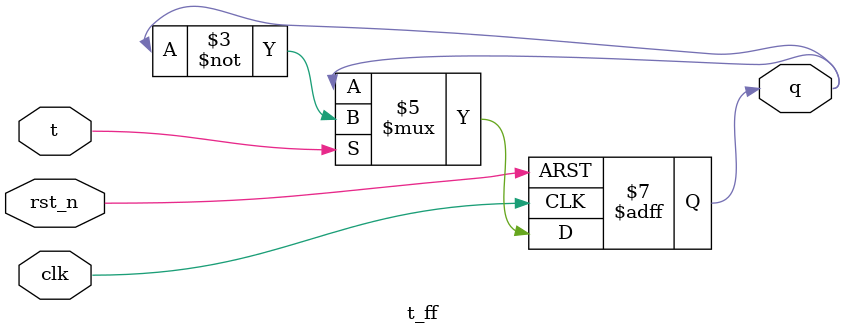
<source format=v>
`timescale 1ns / 1ps


module t_ff(
    input t,
    input rst_n,
    input clk,
    output reg q
    );
    
    always@(posedge clk or negedge rst_n) begin
        if (~rst_n) begin 
            q <= 0;
            end else begin
                if (t) begin
                    q <= ~q;
                end else begin
                    q <= q;
                end
            end
        end        
         
endmodule

</source>
